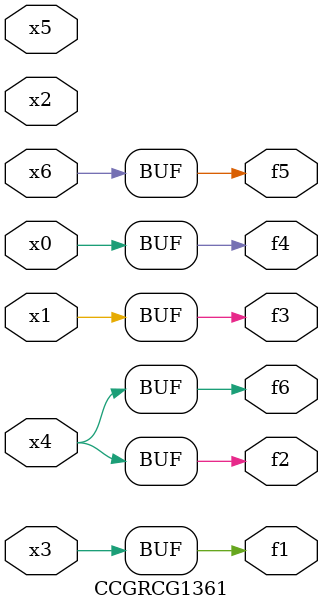
<source format=v>
module CCGRCG1361(
	input x0, x1, x2, x3, x4, x5, x6,
	output f1, f2, f3, f4, f5, f6
);
	assign f1 = x3;
	assign f2 = x4;
	assign f3 = x1;
	assign f4 = x0;
	assign f5 = x6;
	assign f6 = x4;
endmodule

</source>
